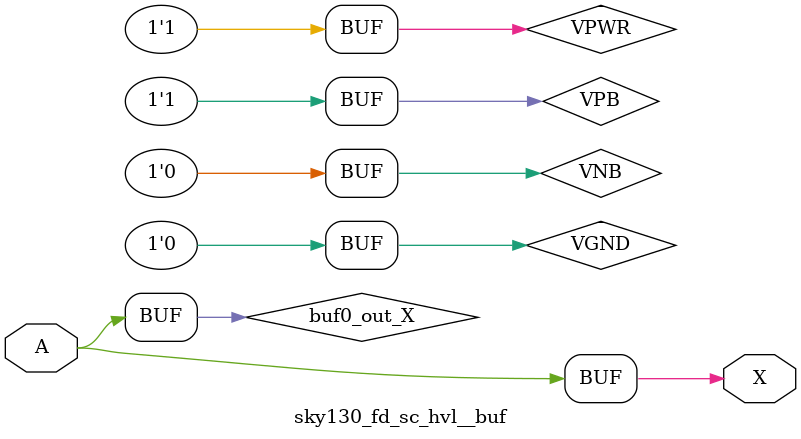
<source format=v>
/*
 * Copyright 2020 The SkyWater PDK Authors
 *
 * Licensed under the Apache License, Version 2.0 (the "License");
 * you may not use this file except in compliance with the License.
 * You may obtain a copy of the License at
 *
 *     https://www.apache.org/licenses/LICENSE-2.0
 *
 * Unless required by applicable law or agreed to in writing, software
 * distributed under the License is distributed on an "AS IS" BASIS,
 * WITHOUT WARRANTIES OR CONDITIONS OF ANY KIND, either express or implied.
 * See the License for the specific language governing permissions and
 * limitations under the License.
 *
 * SPDX-License-Identifier: Apache-2.0
*/


`ifndef SKY130_FD_SC_HVL__BUF_BEHAVIORAL_V
`define SKY130_FD_SC_HVL__BUF_BEHAVIORAL_V

/**
 * buf: Buffer.
 *
 * Verilog simulation functional model.
 */

`timescale 1ns / 1ps
`default_nettype none

`celldefine
module sky130_fd_sc_hvl__buf (
    X,
    A
);

    // Module ports
    output X;
    input  A;

    // Module supplies
    supply1 VPWR;
    supply0 VGND;
    supply1 VPB ;
    supply0 VNB ;

    // Local signals
    wire buf0_out_X;

    //  Name  Output      Other arguments
    buf buf0 (buf0_out_X, A              );
    buf buf1 (X         , buf0_out_X     );

endmodule
`endcelldefine

`default_nettype wire
`endif  // SKY130_FD_SC_HVL__BUF_BEHAVIORAL_V
</source>
